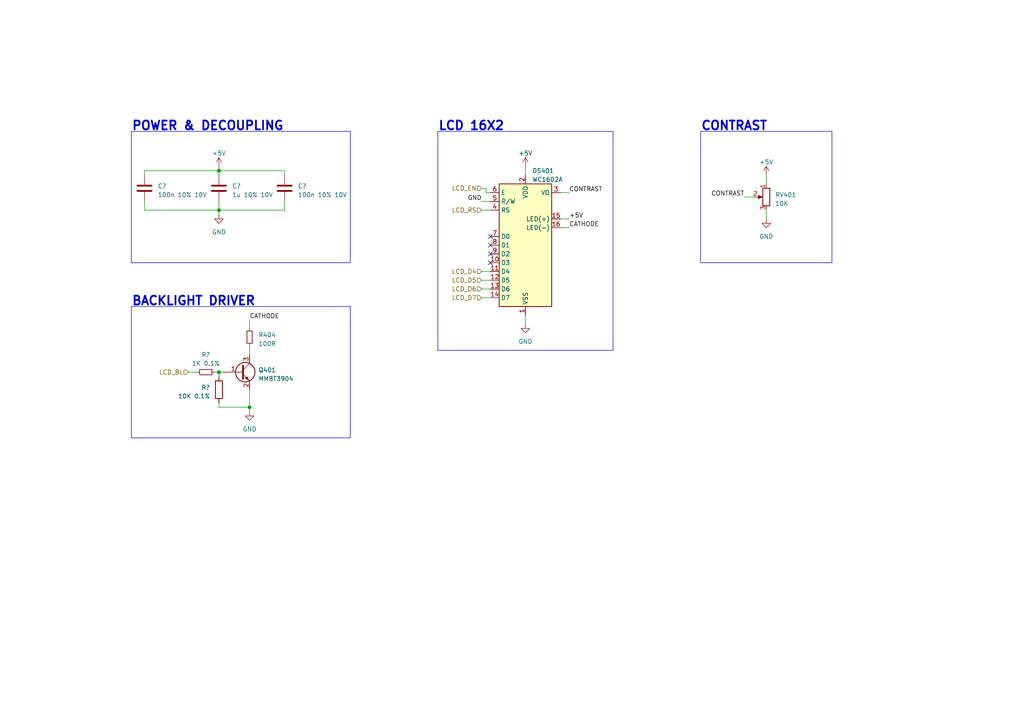
<source format=kicad_sch>
(kicad_sch (version 20230121) (generator eeschema)

  (uuid d6468c62-2ea4-475f-9bc5-58cea44d5e9e)

  (paper "A4")

  (title_block
    (title "Digital_Timer_Switch")
    (date "2023-07-24")
    (rev "1.0")
    (company "sudo-junkie")
  )

  (lib_symbols
    (symbol "Device:C" (pin_numbers hide) (pin_names (offset 0.254)) (in_bom yes) (on_board yes)
      (property "Reference" "C" (at 0.635 2.54 0)
        (effects (font (size 1.27 1.27)) (justify left))
      )
      (property "Value" "C" (at 0.635 -2.54 0)
        (effects (font (size 1.27 1.27)) (justify left))
      )
      (property "Footprint" "" (at 0.9652 -3.81 0)
        (effects (font (size 1.27 1.27)) hide)
      )
      (property "Datasheet" "~" (at 0 0 0)
        (effects (font (size 1.27 1.27)) hide)
      )
      (property "ki_keywords" "cap capacitor" (at 0 0 0)
        (effects (font (size 1.27 1.27)) hide)
      )
      (property "ki_description" "Unpolarized capacitor" (at 0 0 0)
        (effects (font (size 1.27 1.27)) hide)
      )
      (property "ki_fp_filters" "C_*" (at 0 0 0)
        (effects (font (size 1.27 1.27)) hide)
      )
      (symbol "C_0_1"
        (polyline
          (pts
            (xy -2.032 -0.762)
            (xy 2.032 -0.762)
          )
          (stroke (width 0.508) (type default))
          (fill (type none))
        )
        (polyline
          (pts
            (xy -2.032 0.762)
            (xy 2.032 0.762)
          )
          (stroke (width 0.508) (type default))
          (fill (type none))
        )
      )
      (symbol "C_1_1"
        (pin passive line (at 0 3.81 270) (length 2.794)
          (name "~" (effects (font (size 1.27 1.27))))
          (number "1" (effects (font (size 1.27 1.27))))
        )
        (pin passive line (at 0 -3.81 90) (length 2.794)
          (name "~" (effects (font (size 1.27 1.27))))
          (number "2" (effects (font (size 1.27 1.27))))
        )
      )
    )
    (symbol "Device:R" (pin_numbers hide) (pin_names (offset 0)) (in_bom yes) (on_board yes)
      (property "Reference" "R" (at 2.032 0 90)
        (effects (font (size 1.27 1.27)))
      )
      (property "Value" "R" (at 0 0 90)
        (effects (font (size 1.27 1.27)))
      )
      (property "Footprint" "" (at -1.778 0 90)
        (effects (font (size 1.27 1.27)) hide)
      )
      (property "Datasheet" "~" (at 0 0 0)
        (effects (font (size 1.27 1.27)) hide)
      )
      (property "ki_keywords" "R res resistor" (at 0 0 0)
        (effects (font (size 1.27 1.27)) hide)
      )
      (property "ki_description" "Resistor" (at 0 0 0)
        (effects (font (size 1.27 1.27)) hide)
      )
      (property "ki_fp_filters" "R_*" (at 0 0 0)
        (effects (font (size 1.27 1.27)) hide)
      )
      (symbol "R_0_1"
        (rectangle (start -1.016 -2.54) (end 1.016 2.54)
          (stroke (width 0.254) (type default))
          (fill (type none))
        )
      )
      (symbol "R_1_1"
        (pin passive line (at 0 3.81 270) (length 1.27)
          (name "~" (effects (font (size 1.27 1.27))))
          (number "1" (effects (font (size 1.27 1.27))))
        )
        (pin passive line (at 0 -3.81 90) (length 1.27)
          (name "~" (effects (font (size 1.27 1.27))))
          (number "2" (effects (font (size 1.27 1.27))))
        )
      )
    )
    (symbol "Device:R_Potentiometer" (pin_names (offset 1.016) hide) (in_bom yes) (on_board yes)
      (property "Reference" "RV" (at -4.445 0 90)
        (effects (font (size 1.27 1.27)))
      )
      (property "Value" "R_Potentiometer" (at -2.54 0 90)
        (effects (font (size 1.27 1.27)))
      )
      (property "Footprint" "" (at 0 0 0)
        (effects (font (size 1.27 1.27)) hide)
      )
      (property "Datasheet" "~" (at 0 0 0)
        (effects (font (size 1.27 1.27)) hide)
      )
      (property "ki_keywords" "resistor variable" (at 0 0 0)
        (effects (font (size 1.27 1.27)) hide)
      )
      (property "ki_description" "Potentiometer" (at 0 0 0)
        (effects (font (size 1.27 1.27)) hide)
      )
      (property "ki_fp_filters" "Potentiometer*" (at 0 0 0)
        (effects (font (size 1.27 1.27)) hide)
      )
      (symbol "R_Potentiometer_0_1"
        (polyline
          (pts
            (xy 2.54 0)
            (xy 1.524 0)
          )
          (stroke (width 0) (type default))
          (fill (type none))
        )
        (polyline
          (pts
            (xy 1.143 0)
            (xy 2.286 0.508)
            (xy 2.286 -0.508)
            (xy 1.143 0)
          )
          (stroke (width 0) (type default))
          (fill (type outline))
        )
        (rectangle (start 1.016 2.54) (end -1.016 -2.54)
          (stroke (width 0.254) (type default))
          (fill (type none))
        )
      )
      (symbol "R_Potentiometer_1_1"
        (pin passive line (at 0 3.81 270) (length 1.27)
          (name "1" (effects (font (size 1.27 1.27))))
          (number "1" (effects (font (size 1.27 1.27))))
        )
        (pin passive line (at 3.81 0 180) (length 1.27)
          (name "2" (effects (font (size 1.27 1.27))))
          (number "2" (effects (font (size 1.27 1.27))))
        )
        (pin passive line (at 0 -3.81 90) (length 1.27)
          (name "3" (effects (font (size 1.27 1.27))))
          (number "3" (effects (font (size 1.27 1.27))))
        )
      )
    )
    (symbol "Device:R_Small" (pin_numbers hide) (pin_names (offset 0.254) hide) (in_bom yes) (on_board yes)
      (property "Reference" "R" (at 0.762 0.508 0)
        (effects (font (size 1.27 1.27)) (justify left))
      )
      (property "Value" "R_Small" (at 0.762 -1.016 0)
        (effects (font (size 1.27 1.27)) (justify left))
      )
      (property "Footprint" "" (at 0 0 0)
        (effects (font (size 1.27 1.27)) hide)
      )
      (property "Datasheet" "~" (at 0 0 0)
        (effects (font (size 1.27 1.27)) hide)
      )
      (property "ki_keywords" "R resistor" (at 0 0 0)
        (effects (font (size 1.27 1.27)) hide)
      )
      (property "ki_description" "Resistor, small symbol" (at 0 0 0)
        (effects (font (size 1.27 1.27)) hide)
      )
      (property "ki_fp_filters" "R_*" (at 0 0 0)
        (effects (font (size 1.27 1.27)) hide)
      )
      (symbol "R_Small_0_1"
        (rectangle (start -0.762 1.778) (end 0.762 -1.778)
          (stroke (width 0.2032) (type default))
          (fill (type none))
        )
      )
      (symbol "R_Small_1_1"
        (pin passive line (at 0 2.54 270) (length 0.762)
          (name "~" (effects (font (size 1.27 1.27))))
          (number "1" (effects (font (size 1.27 1.27))))
        )
        (pin passive line (at 0 -2.54 90) (length 0.762)
          (name "~" (effects (font (size 1.27 1.27))))
          (number "2" (effects (font (size 1.27 1.27))))
        )
      )
    )
    (symbol "Display_Character:WC1602A" (in_bom yes) (on_board yes)
      (property "Reference" "DS" (at -5.842 19.05 0)
        (effects (font (size 1.27 1.27)))
      )
      (property "Value" "WC1602A" (at 5.334 19.05 0)
        (effects (font (size 1.27 1.27)))
      )
      (property "Footprint" "Display:WC1602A" (at 0 -22.86 0)
        (effects (font (size 1.27 1.27) italic) hide)
      )
      (property "Datasheet" "http://www.wincomlcd.com/pdf/WC1602A-SFYLYHTC06.pdf" (at 17.78 0 0)
        (effects (font (size 1.27 1.27)) hide)
      )
      (property "ki_keywords" "display LCD dot-matrix" (at 0 0 0)
        (effects (font (size 1.27 1.27)) hide)
      )
      (property "ki_description" "LCD 16x2 Alphanumeric , 8 bit parallel bus, 5V VDD" (at 0 0 0)
        (effects (font (size 1.27 1.27)) hide)
      )
      (property "ki_fp_filters" "*WC*1602A*" (at 0 0 0)
        (effects (font (size 1.27 1.27)) hide)
      )
      (symbol "WC1602A_1_1"
        (rectangle (start -7.62 17.78) (end 7.62 -17.78)
          (stroke (width 0.254) (type default))
          (fill (type background))
        )
        (pin power_in line (at 0 -20.32 90) (length 2.54)
          (name "VSS" (effects (font (size 1.27 1.27))))
          (number "1" (effects (font (size 1.27 1.27))))
        )
        (pin input line (at -10.16 -5.08 0) (length 2.54)
          (name "D3" (effects (font (size 1.27 1.27))))
          (number "10" (effects (font (size 1.27 1.27))))
        )
        (pin input line (at -10.16 -7.62 0) (length 2.54)
          (name "D4" (effects (font (size 1.27 1.27))))
          (number "11" (effects (font (size 1.27 1.27))))
        )
        (pin input line (at -10.16 -10.16 0) (length 2.54)
          (name "D5" (effects (font (size 1.27 1.27))))
          (number "12" (effects (font (size 1.27 1.27))))
        )
        (pin input line (at -10.16 -12.7 0) (length 2.54)
          (name "D6" (effects (font (size 1.27 1.27))))
          (number "13" (effects (font (size 1.27 1.27))))
        )
        (pin input line (at -10.16 -15.24 0) (length 2.54)
          (name "D7" (effects (font (size 1.27 1.27))))
          (number "14" (effects (font (size 1.27 1.27))))
        )
        (pin power_in line (at 10.16 7.62 180) (length 2.54)
          (name "LED(+)" (effects (font (size 1.27 1.27))))
          (number "15" (effects (font (size 1.27 1.27))))
        )
        (pin power_in line (at 10.16 5.08 180) (length 2.54)
          (name "LED(-)" (effects (font (size 1.27 1.27))))
          (number "16" (effects (font (size 1.27 1.27))))
        )
        (pin power_in line (at 0 20.32 270) (length 2.54)
          (name "VDD" (effects (font (size 1.27 1.27))))
          (number "2" (effects (font (size 1.27 1.27))))
        )
        (pin input line (at 10.16 15.24 180) (length 2.54)
          (name "VO" (effects (font (size 1.27 1.27))))
          (number "3" (effects (font (size 1.27 1.27))))
        )
        (pin input line (at -10.16 10.16 0) (length 2.54)
          (name "RS" (effects (font (size 1.27 1.27))))
          (number "4" (effects (font (size 1.27 1.27))))
        )
        (pin input line (at -10.16 12.7 0) (length 2.54)
          (name "R/W" (effects (font (size 1.27 1.27))))
          (number "5" (effects (font (size 1.27 1.27))))
        )
        (pin input line (at -10.16 15.24 0) (length 2.54)
          (name "E" (effects (font (size 1.27 1.27))))
          (number "6" (effects (font (size 1.27 1.27))))
        )
        (pin input line (at -10.16 2.54 0) (length 2.54)
          (name "D0" (effects (font (size 1.27 1.27))))
          (number "7" (effects (font (size 1.27 1.27))))
        )
        (pin input line (at -10.16 0 0) (length 2.54)
          (name "D1" (effects (font (size 1.27 1.27))))
          (number "8" (effects (font (size 1.27 1.27))))
        )
        (pin input line (at -10.16 -2.54 0) (length 2.54)
          (name "D2" (effects (font (size 1.27 1.27))))
          (number "9" (effects (font (size 1.27 1.27))))
        )
      )
    )
    (symbol "Transistor_BJT:MMBT3904" (pin_names (offset 0) hide) (in_bom yes) (on_board yes)
      (property "Reference" "Q" (at 5.08 1.905 0)
        (effects (font (size 1.27 1.27)) (justify left))
      )
      (property "Value" "MMBT3904" (at 5.08 0 0)
        (effects (font (size 1.27 1.27)) (justify left))
      )
      (property "Footprint" "Package_TO_SOT_SMD:SOT-23" (at 5.08 -1.905 0)
        (effects (font (size 1.27 1.27) italic) (justify left) hide)
      )
      (property "Datasheet" "https://www.onsemi.com/pub/Collateral/2N3903-D.PDF" (at 0 0 0)
        (effects (font (size 1.27 1.27)) (justify left) hide)
      )
      (property "ki_keywords" "NPN Transistor" (at 0 0 0)
        (effects (font (size 1.27 1.27)) hide)
      )
      (property "ki_description" "0.2A Ic, 40V Vce, Small Signal NPN Transistor, SOT-23" (at 0 0 0)
        (effects (font (size 1.27 1.27)) hide)
      )
      (property "ki_fp_filters" "SOT?23*" (at 0 0 0)
        (effects (font (size 1.27 1.27)) hide)
      )
      (symbol "MMBT3904_0_1"
        (polyline
          (pts
            (xy 0.635 0.635)
            (xy 2.54 2.54)
          )
          (stroke (width 0) (type default))
          (fill (type none))
        )
        (polyline
          (pts
            (xy 0.635 -0.635)
            (xy 2.54 -2.54)
            (xy 2.54 -2.54)
          )
          (stroke (width 0) (type default))
          (fill (type none))
        )
        (polyline
          (pts
            (xy 0.635 1.905)
            (xy 0.635 -1.905)
            (xy 0.635 -1.905)
          )
          (stroke (width 0.508) (type default))
          (fill (type none))
        )
        (polyline
          (pts
            (xy 1.27 -1.778)
            (xy 1.778 -1.27)
            (xy 2.286 -2.286)
            (xy 1.27 -1.778)
            (xy 1.27 -1.778)
          )
          (stroke (width 0) (type default))
          (fill (type outline))
        )
        (circle (center 1.27 0) (radius 2.8194)
          (stroke (width 0.254) (type default))
          (fill (type none))
        )
      )
      (symbol "MMBT3904_1_1"
        (pin input line (at -5.08 0 0) (length 5.715)
          (name "B" (effects (font (size 1.27 1.27))))
          (number "1" (effects (font (size 1.27 1.27))))
        )
        (pin passive line (at 2.54 -5.08 90) (length 2.54)
          (name "E" (effects (font (size 1.27 1.27))))
          (number "2" (effects (font (size 1.27 1.27))))
        )
        (pin passive line (at 2.54 5.08 270) (length 2.54)
          (name "C" (effects (font (size 1.27 1.27))))
          (number "3" (effects (font (size 1.27 1.27))))
        )
      )
    )
    (symbol "power:+5V" (power) (pin_names (offset 0)) (in_bom yes) (on_board yes)
      (property "Reference" "#PWR" (at 0 -3.81 0)
        (effects (font (size 1.27 1.27)) hide)
      )
      (property "Value" "+5V" (at 0 3.556 0)
        (effects (font (size 1.27 1.27)))
      )
      (property "Footprint" "" (at 0 0 0)
        (effects (font (size 1.27 1.27)) hide)
      )
      (property "Datasheet" "" (at 0 0 0)
        (effects (font (size 1.27 1.27)) hide)
      )
      (property "ki_keywords" "global power" (at 0 0 0)
        (effects (font (size 1.27 1.27)) hide)
      )
      (property "ki_description" "Power symbol creates a global label with name \"+5V\"" (at 0 0 0)
        (effects (font (size 1.27 1.27)) hide)
      )
      (symbol "+5V_0_1"
        (polyline
          (pts
            (xy -0.762 1.27)
            (xy 0 2.54)
          )
          (stroke (width 0) (type default))
          (fill (type none))
        )
        (polyline
          (pts
            (xy 0 0)
            (xy 0 2.54)
          )
          (stroke (width 0) (type default))
          (fill (type none))
        )
        (polyline
          (pts
            (xy 0 2.54)
            (xy 0.762 1.27)
          )
          (stroke (width 0) (type default))
          (fill (type none))
        )
      )
      (symbol "+5V_1_1"
        (pin power_in line (at 0 0 90) (length 0) hide
          (name "+5V" (effects (font (size 1.27 1.27))))
          (number "1" (effects (font (size 1.27 1.27))))
        )
      )
    )
    (symbol "power:GND" (power) (pin_names (offset 0)) (in_bom yes) (on_board yes)
      (property "Reference" "#PWR" (at 0 -6.35 0)
        (effects (font (size 1.27 1.27)) hide)
      )
      (property "Value" "GND" (at 0 -3.81 0)
        (effects (font (size 1.27 1.27)))
      )
      (property "Footprint" "" (at 0 0 0)
        (effects (font (size 1.27 1.27)) hide)
      )
      (property "Datasheet" "" (at 0 0 0)
        (effects (font (size 1.27 1.27)) hide)
      )
      (property "ki_keywords" "global power" (at 0 0 0)
        (effects (font (size 1.27 1.27)) hide)
      )
      (property "ki_description" "Power symbol creates a global label with name \"GND\" , ground" (at 0 0 0)
        (effects (font (size 1.27 1.27)) hide)
      )
      (symbol "GND_0_1"
        (polyline
          (pts
            (xy 0 0)
            (xy 0 -1.27)
            (xy 1.27 -1.27)
            (xy 0 -2.54)
            (xy -1.27 -1.27)
            (xy 0 -1.27)
          )
          (stroke (width 0) (type default))
          (fill (type none))
        )
      )
      (symbol "GND_1_1"
        (pin power_in line (at 0 0 270) (length 0) hide
          (name "GND" (effects (font (size 1.27 1.27))))
          (number "1" (effects (font (size 1.27 1.27))))
        )
      )
    )
  )

  (junction (at 63.5 60.96) (diameter 0) (color 0 0 0 0)
    (uuid 04d85171-9648-4d04-be00-b9b393af96b8)
  )
  (junction (at 72.39 118.11) (diameter 0) (color 0 0 0 0)
    (uuid 436a884e-fd61-4427-8326-a53f9901def1)
  )
  (junction (at 63.5 107.95) (diameter 0) (color 0 0 0 0)
    (uuid 787b29ca-ad45-48b5-88ee-d57445813b8d)
  )
  (junction (at 63.5 49.53) (diameter 0) (color 0 0 0 0)
    (uuid e6bfee12-971b-488c-91de-3c041bc91297)
  )

  (no_connect (at 142.24 76.2) (uuid 59c8e7a8-f962-44ba-aaf6-14312aa921a2))
  (no_connect (at 142.24 73.66) (uuid 5c890c60-ce55-4811-b964-31d444496c10))
  (no_connect (at 142.24 68.58) (uuid c5848712-8c89-4bef-80a7-86cc9911cb43))
  (no_connect (at 142.24 71.12) (uuid d57b5cdb-eb45-49c3-b04b-45e4e16df37f))

  (wire (pts (xy 63.5 60.96) (xy 63.5 62.23))
    (stroke (width 0) (type default))
    (uuid 0bca307a-e015-4f47-bc01-08792e0fb103)
  )
  (wire (pts (xy 72.39 113.03) (xy 72.39 118.11))
    (stroke (width 0) (type default))
    (uuid 0bf2ad2e-7f15-45b1-b39d-206bcb506ef1)
  )
  (polyline (pts (xy 127 38.1) (xy 177.8 38.1))
    (stroke (width 0) (type default))
    (uuid 15f0dc9b-6843-48fa-8768-b993c33426b2)
  )

  (wire (pts (xy 82.55 49.53) (xy 82.55 50.8))
    (stroke (width 0) (type default))
    (uuid 26495239-41e8-4cad-9de0-fbb23079e173)
  )
  (wire (pts (xy 139.7 81.28) (xy 142.24 81.28))
    (stroke (width 0) (type default))
    (uuid 28a4d6da-a448-4c4b-984c-36c7f94864c4)
  )
  (polyline (pts (xy 101.6 127) (xy 38.1 127))
    (stroke (width 0) (type default))
    (uuid 2f1c8816-83f8-47ed-b3b9-51d11d93a335)
  )

  (wire (pts (xy 162.56 55.88) (xy 165.1 55.88))
    (stroke (width 0) (type default))
    (uuid 3130b693-67f7-498f-bb1a-cc87e643f52f)
  )
  (wire (pts (xy 63.5 48.26) (xy 63.5 49.53))
    (stroke (width 0) (type default))
    (uuid 3192a1cb-f4ea-4a23-81f1-7b2793757fa8)
  )
  (wire (pts (xy 140.97 54.61) (xy 140.97 55.88))
    (stroke (width 0) (type default))
    (uuid 33717550-203f-4b29-8075-71a2284a499d)
  )
  (wire (pts (xy 72.39 92.71) (xy 72.39 95.25))
    (stroke (width 0) (type default))
    (uuid 344b0a6c-de3c-42c0-866b-b369e29cf8dc)
  )
  (polyline (pts (xy 38.1 88.9) (xy 38.1 127))
    (stroke (width 0) (type default))
    (uuid 37f64a4c-18fa-4c27-a0f7-61fb14aa9ae1)
  )

  (wire (pts (xy 222.25 50.8) (xy 222.25 53.34))
    (stroke (width 0) (type default))
    (uuid 3b28a0d3-a0f5-4593-9751-ad68bb635211)
  )
  (wire (pts (xy 222.25 60.96) (xy 222.25 63.5))
    (stroke (width 0) (type default))
    (uuid 41a6e709-b2bf-40ae-9b91-c4c7f235e44f)
  )
  (wire (pts (xy 139.7 78.74) (xy 142.24 78.74))
    (stroke (width 0) (type default))
    (uuid 43ea696a-ce16-4a78-a571-71e77a81e8f1)
  )
  (polyline (pts (xy 241.3 38.1) (xy 241.3 76.2))
    (stroke (width 0) (type default))
    (uuid 4ff015bd-1bfc-4b43-a06c-2e7780d2c034)
  )

  (wire (pts (xy 63.5 107.95) (xy 64.77 107.95))
    (stroke (width 0) (type default))
    (uuid 5a3e7288-be30-484c-9ff1-ffbd7e214cea)
  )
  (polyline (pts (xy 38.1 38.1) (xy 101.6 38.1))
    (stroke (width 0) (type default))
    (uuid 5e95df3f-a85b-41d9-9486-5eab1328cbbc)
  )

  (wire (pts (xy 62.23 107.95) (xy 63.5 107.95))
    (stroke (width 0) (type default))
    (uuid 66bb7c68-1a7d-4ef7-898d-9a76255d26bc)
  )
  (wire (pts (xy 63.5 58.42) (xy 63.5 60.96))
    (stroke (width 0) (type default))
    (uuid 684a1b8e-9e2c-4ce3-9533-594152f63e74)
  )
  (wire (pts (xy 152.4 48.26) (xy 152.4 50.8))
    (stroke (width 0) (type default))
    (uuid 6e12f444-cb71-49f6-9d8a-f9ec35b6c626)
  )
  (wire (pts (xy 41.91 49.53) (xy 63.5 49.53))
    (stroke (width 0) (type default))
    (uuid 72f4ad79-0727-4c0b-89f0-fd19c8110798)
  )
  (wire (pts (xy 63.5 118.11) (xy 63.5 116.84))
    (stroke (width 0) (type default))
    (uuid 7851ffcb-63c0-4160-b351-ba1f59f40c38)
  )
  (wire (pts (xy 139.7 58.42) (xy 142.24 58.42))
    (stroke (width 0) (type default))
    (uuid 7a37e585-aded-48f8-bae6-afb6be6e7f7f)
  )
  (wire (pts (xy 41.91 50.8) (xy 41.91 49.53))
    (stroke (width 0) (type default))
    (uuid 7bb5ffa0-8c17-4718-8071-9885d619026a)
  )
  (polyline (pts (xy 203.2 76.2) (xy 203.2 38.1))
    (stroke (width 0) (type default))
    (uuid 808833d7-cb32-4483-907a-54d42b949058)
  )

  (wire (pts (xy 139.7 54.61) (xy 140.97 54.61))
    (stroke (width 0) (type default))
    (uuid 818171eb-fbbd-4d41-8fb0-1c92f9d66131)
  )
  (wire (pts (xy 72.39 118.11) (xy 72.39 119.38))
    (stroke (width 0) (type default))
    (uuid 84e5b619-8843-4b73-97a2-59eea759dc72)
  )
  (wire (pts (xy 82.55 60.96) (xy 63.5 60.96))
    (stroke (width 0) (type default))
    (uuid 91f458bc-a574-43f2-b00a-fae800deca94)
  )
  (wire (pts (xy 162.56 63.5) (xy 165.1 63.5))
    (stroke (width 0) (type default))
    (uuid 91fbbbd7-854f-4ee6-b4ae-801435dd436b)
  )
  (wire (pts (xy 82.55 58.42) (xy 82.55 60.96))
    (stroke (width 0) (type default))
    (uuid 97669d54-c710-4d5e-b23e-462fa30ebc2e)
  )
  (wire (pts (xy 139.7 83.82) (xy 142.24 83.82))
    (stroke (width 0) (type default))
    (uuid 98e9cc13-0236-4217-bba7-d300fec4c18e)
  )
  (polyline (pts (xy 38.1 76.2) (xy 38.1 38.1))
    (stroke (width 0) (type default))
    (uuid 9ce54263-7100-4188-984d-84f66149f78d)
  )

  (wire (pts (xy 162.56 66.04) (xy 165.1 66.04))
    (stroke (width 0) (type default))
    (uuid 9dcdcaaf-0676-4568-9f62-378528eec340)
  )
  (polyline (pts (xy 127 101.6) (xy 127 38.1))
    (stroke (width 0) (type default))
    (uuid 9f3b6f11-a1af-4d1c-8075-8362601d4276)
  )
  (polyline (pts (xy 38.1 88.9) (xy 101.6 88.9))
    (stroke (width 0) (type default))
    (uuid a0527578-7421-40ac-a0ea-cf650fe5290e)
  )
  (polyline (pts (xy 101.6 88.9) (xy 101.6 127))
    (stroke (width 0) (type default))
    (uuid a3e57fef-93df-4d1d-b97e-63b2793a3412)
  )
  (polyline (pts (xy 241.3 76.2) (xy 203.2 76.2))
    (stroke (width 0) (type default))
    (uuid ae62ddcd-3991-476b-bacd-a30742d4243e)
  )

  (wire (pts (xy 72.39 100.33) (xy 72.39 102.87))
    (stroke (width 0) (type default))
    (uuid b134549c-c326-417b-930f-70f06e52d9c7)
  )
  (wire (pts (xy 63.5 107.95) (xy 63.5 109.22))
    (stroke (width 0) (type default))
    (uuid b23723d5-2fa1-44e5-afb2-41c1ba5f4fdf)
  )
  (wire (pts (xy 218.44 57.15) (xy 215.9 57.15))
    (stroke (width 0) (type default))
    (uuid b61cc146-4156-43c1-80e4-3443328a0bb3)
  )
  (polyline (pts (xy 101.6 76.2) (xy 38.1 76.2))
    (stroke (width 0) (type default))
    (uuid b7376065-38c3-4545-9028-49b350e7025f)
  )

  (wire (pts (xy 54.61 107.95) (xy 57.15 107.95))
    (stroke (width 0) (type default))
    (uuid ba166e09-b369-4d51-a4bc-4c97128ca337)
  )
  (wire (pts (xy 41.91 58.42) (xy 41.91 60.96))
    (stroke (width 0) (type default))
    (uuid c0f315c5-9277-421c-b694-7fa10008863c)
  )
  (polyline (pts (xy 203.2 38.1) (xy 241.3 38.1))
    (stroke (width 0) (type default))
    (uuid ca2eb248-467e-4a69-aa59-2cfaf0d17fcc)
  )

  (wire (pts (xy 63.5 118.11) (xy 72.39 118.11))
    (stroke (width 0) (type default))
    (uuid cd08ff7b-cc0f-4674-9641-ff1cd14076be)
  )
  (wire (pts (xy 63.5 49.53) (xy 63.5 50.8))
    (stroke (width 0) (type default))
    (uuid d1ebd5d4-a0e8-45b7-a812-8eb1b8ba7685)
  )
  (wire (pts (xy 152.4 91.44) (xy 152.4 93.98))
    (stroke (width 0) (type default))
    (uuid db076252-e27a-49f1-810d-44971fed1519)
  )
  (wire (pts (xy 41.91 60.96) (xy 63.5 60.96))
    (stroke (width 0) (type default))
    (uuid dcbf339e-5c61-479e-bfba-10a7d192d001)
  )
  (wire (pts (xy 140.97 55.88) (xy 142.24 55.88))
    (stroke (width 0) (type default))
    (uuid e06f6646-3cb5-4fde-83a6-522a2a02ba5d)
  )
  (wire (pts (xy 63.5 49.53) (xy 82.55 49.53))
    (stroke (width 0) (type default))
    (uuid e1a1051a-a8ea-4ce0-85ca-489c88173492)
  )
  (wire (pts (xy 139.7 60.96) (xy 142.24 60.96))
    (stroke (width 0) (type default))
    (uuid e6f02b48-043f-43a9-979f-72af0d6a0d40)
  )
  (polyline (pts (xy 101.6 38.1) (xy 101.6 76.2))
    (stroke (width 0) (type default))
    (uuid eea9707e-e9d8-45f0-ae97-17ed70b4b71c)
  )
  (polyline (pts (xy 177.8 101.6) (xy 127 101.6))
    (stroke (width 0) (type default))
    (uuid f4e3dcf0-2891-40d1-b479-fe4a0d22bda4)
  )

  (wire (pts (xy 139.7 86.36) (xy 142.24 86.36))
    (stroke (width 0) (type default))
    (uuid f99f7630-e38f-4810-9aed-af458cfa874c)
  )
  (polyline (pts (xy 177.8 38.1) (xy 177.8 101.6))
    (stroke (width 0) (type default))
    (uuid fadee3d7-e8cf-49b4-a526-ce038f816597)
  )

  (text "POWER & DECOUPLING" (at 38.1 38.1 0)
    (effects (font (size 2.54 2.54) (thickness 0.508) bold) (justify left bottom))
    (uuid 20be6001-c3e4-4194-8117-4e6725b133ba)
  )
  (text "CONTRAST" (at 203.2 38.1 0)
    (effects (font (size 2.54 2.54) (thickness 0.508) bold) (justify left bottom))
    (uuid 766b98a2-4c38-4ca2-a1a7-f95b60f4ffc4)
  )
  (text "BACKLIGHT DRIVER" (at 38.1 88.9 0)
    (effects (font (size 2.54 2.54) (thickness 0.508) bold) (justify left bottom))
    (uuid 93afbfc4-8438-4552-9cc3-ed659e4f4db8)
  )
  (text "LCD 16X2" (at 127 38.1 0)
    (effects (font (size 2.54 2.54) (thickness 0.508) bold) (justify left bottom))
    (uuid 9805567f-1f6e-44d1-b965-4978e7aecca2)
  )

  (label "CATHODE" (at 165.1 66.04 0) (fields_autoplaced)
    (effects (font (size 1.27 1.27)) (justify left bottom))
    (uuid 1c2236a5-42e9-4525-bf3c-c9cdb572b26a)
  )
  (label "CONTRAST" (at 215.9 57.15 180) (fields_autoplaced)
    (effects (font (size 1.27 1.27)) (justify right bottom))
    (uuid 75443c30-ccb8-4f8c-935c-f90d94632526)
  )
  (label "+5V" (at 165.1 63.5 0) (fields_autoplaced)
    (effects (font (size 1.27 1.27)) (justify left bottom))
    (uuid 80df7054-df62-4105-9f1f-447f7e31c737)
  )
  (label "GND" (at 139.7 58.42 180) (fields_autoplaced)
    (effects (font (size 1.27 1.27)) (justify right bottom))
    (uuid ba2aeeea-0646-4d06-ab11-4796420e61a4)
  )
  (label "CATHODE" (at 72.39 92.71 0) (fields_autoplaced)
    (effects (font (size 1.27 1.27)) (justify left bottom))
    (uuid c6f61574-c0d5-419b-96a6-493767051aa6)
  )
  (label "CONTRAST" (at 165.1 55.88 0) (fields_autoplaced)
    (effects (font (size 1.27 1.27)) (justify left bottom))
    (uuid fd80c67b-438d-4c9f-95d7-9b453c928d45)
  )

  (hierarchical_label "LCD_D4" (shape input) (at 139.7 78.74 180) (fields_autoplaced)
    (effects (font (size 1.27 1.27)) (justify right))
    (uuid 18e5f46a-33f0-4e1b-9079-049d9a87e984)
  )
  (hierarchical_label "LCD_D7" (shape input) (at 139.7 86.36 180) (fields_autoplaced)
    (effects (font (size 1.27 1.27)) (justify right))
    (uuid 2a8933f6-f908-49b5-8e64-ed9ea9a3ba5c)
  )
  (hierarchical_label "LCD_EN" (shape input) (at 139.7 54.61 180) (fields_autoplaced)
    (effects (font (size 1.27 1.27)) (justify right))
    (uuid 5c9e8e51-02d5-4a49-bec5-a3f46f529f9d)
  )
  (hierarchical_label "LCD_D5" (shape input) (at 139.7 81.28 180) (fields_autoplaced)
    (effects (font (size 1.27 1.27)) (justify right))
    (uuid 884723e2-764e-4e66-8abd-b8f30727cb25)
  )
  (hierarchical_label "LCD_RS" (shape input) (at 139.7 60.96 180) (fields_autoplaced)
    (effects (font (size 1.27 1.27)) (justify right))
    (uuid a18e5067-8e80-4f82-8735-c73805a895b4)
  )
  (hierarchical_label "LCD_D6" (shape input) (at 139.7 83.82 180) (fields_autoplaced)
    (effects (font (size 1.27 1.27)) (justify right))
    (uuid a80a7d84-5ec3-4ba1-8d73-d162faa16f26)
  )
  (hierarchical_label "LCD_BL" (shape input) (at 54.61 107.95 180) (fields_autoplaced)
    (effects (font (size 1.27 1.27)) (justify right))
    (uuid f9253b0d-b52c-4245-97dd-8968d487871c)
  )

  (symbol (lib_id "power:GND") (at 63.5 62.23 0) (unit 1)
    (in_bom yes) (on_board yes) (dnp no) (fields_autoplaced)
    (uuid 161e8342-bffb-48c9-b1fb-37aa1c2cb407)
    (property "Reference" "#PWR?" (at 63.5 68.58 0)
      (effects (font (size 1.27 1.27)) hide)
    )
    (property "Value" "GND" (at 63.5 67.31 0)
      (effects (font (size 1.27 1.27)))
    )
    (property "Footprint" "" (at 63.5 62.23 0)
      (effects (font (size 1.27 1.27)) hide)
    )
    (property "Datasheet" "" (at 63.5 62.23 0)
      (effects (font (size 1.27 1.27)) hide)
    )
    (pin "1" (uuid b2071bec-9e1a-498d-b083-95ef48ddfc34))
    (instances
      (project "Digital_Timer_Switch"
        (path "/98b51aac-404f-4a0d-b314-bd3823594ee3/3b6cf1ac-0a60-40b8-8b31-9ee4d4d986be"
          (reference "#PWR?") (unit 1)
        )
        (path "/98b51aac-404f-4a0d-b314-bd3823594ee3/ef1ab763-c83c-4112-b155-97ec3ec1921c"
          (reference "#PWR0404") (unit 1)
        )
      )
      (project "Atego_Nano"
        (path "/f0d70477-67e1-4b14-aebd-2138d55a5d0c/6153a6fa-3d4f-4580-8f5b-e186a8523d26"
          (reference "#PWR?") (unit 1)
        )
      )
    )
  )

  (symbol (lib_id "Device:C") (at 63.5 54.61 0) (unit 1)
    (in_bom yes) (on_board yes) (dnp no) (fields_autoplaced)
    (uuid 175e3660-df27-4768-a117-10151b2043b8)
    (property "Reference" "C?" (at 67.31 53.975 0)
      (effects (font (size 1.27 1.27)) (justify left))
    )
    (property "Value" "1u 10% 10V" (at 67.31 56.515 0)
      (effects (font (size 1.27 1.27)) (justify left))
    )
    (property "Footprint" "Capacitor_SMD:C_0603_1608Metric" (at 64.4652 58.42 0)
      (effects (font (size 1.27 1.27)) hide)
    )
    (property "Datasheet" "~" (at 63.5 54.61 0)
      (effects (font (size 1.27 1.27)) hide)
    )
    (property "MPN" "CC0603KRX7R6BB105" (at 63.5 54.61 0)
      (effects (font (size 1.27 1.27)) hide)
    )
    (property "LCSC PART#" "C113807" (at 63.5 54.61 0)
      (effects (font (size 1.27 1.27)) hide)
    )
    (property "MANUFACTURER" "YAGEO" (at 63.5 54.61 0)
      (effects (font (size 1.27 1.27)) hide)
    )
    (property "SKU" "" (at 63.5 54.61 0)
      (effects (font (size 1.27 1.27)) hide)
    )
    (property "VENDOR" "LCSC" (at 63.5 54.61 0)
      (effects (font (size 1.27 1.27)) hide)
    )
    (property "PRICE" "0.0032" (at 63.5 54.61 0)
      (effects (font (size 1.27 1.27)) hide)
    )
    (pin "1" (uuid 7cf695e3-b840-4579-9131-98e6e6c23aea))
    (pin "2" (uuid 3e59679d-5098-410a-a368-c8cc02068dc9))
    (instances
      (project "Digital_Timer_Switch"
        (path "/98b51aac-404f-4a0d-b314-bd3823594ee3/3b6cf1ac-0a60-40b8-8b31-9ee4d4d986be"
          (reference "C?") (unit 1)
        )
        (path "/98b51aac-404f-4a0d-b314-bd3823594ee3/ef1ab763-c83c-4112-b155-97ec3ec1921c"
          (reference "C402") (unit 1)
        )
      )
      (project "Atego_Nano"
        (path "/f0d70477-67e1-4b14-aebd-2138d55a5d0c/6153a6fa-3d4f-4580-8f5b-e186a8523d26"
          (reference "C?") (unit 1)
        )
      )
    )
  )

  (symbol (lib_id "Display_Character:WC1602A") (at 152.4 71.12 0) (unit 1)
    (in_bom yes) (on_board yes) (dnp no) (fields_autoplaced)
    (uuid 1dd88e93-c646-4f9b-92ee-89b1b9186a4a)
    (property "Reference" "DS401" (at 154.3559 49.53 0)
      (effects (font (size 1.27 1.27)) (justify left))
    )
    (property "Value" "WC1602A" (at 154.3559 52.07 0)
      (effects (font (size 1.27 1.27)) (justify left))
    )
    (property "Footprint" "Display:WC1602A" (at 152.4 93.98 0)
      (effects (font (size 1.27 1.27) italic) hide)
    )
    (property "Datasheet" "http://www.wincomlcd.com/pdf/WC1602A-SFYLYHTC06.pdf" (at 170.18 71.12 0)
      (effects (font (size 1.27 1.27)) hide)
    )
    (property "MANUFACTURER" "HESAI" (at 152.4 71.12 0)
      (effects (font (size 1.27 1.27)) hide)
    )
    (property "MPN" "" (at 152.4 71.12 0)
      (effects (font (size 1.27 1.27)) hide)
    )
    (property "SKU" "PESED96" (at 152.4 71.12 0)
      (effects (font (size 1.27 1.27)) hide)
    )
    (property "VENDOR" "Pixel Electric" (at 152.4 71.12 0)
      (effects (font (size 1.27 1.27)) hide)
    )
    (property "PRICE" "1.76" (at 152.4 71.12 0)
      (effects (font (size 1.27 1.27)) hide)
    )
    (pin "1" (uuid 9e23c57f-dfa9-4d89-9d71-71572e6b66ec))
    (pin "10" (uuid a069e446-166d-4ef2-8153-c48ecea770c8))
    (pin "11" (uuid 29f32188-1bbd-4c2e-981f-849cbc2403c6))
    (pin "12" (uuid d0ed5869-97a9-4c1e-80b1-addf7ce75554))
    (pin "13" (uuid 7ff7eb03-2c71-48df-82ed-2b9165da4a4a))
    (pin "14" (uuid 62c92006-b57d-4458-9a9c-17fff9971e50))
    (pin "15" (uuid ddb665a2-8173-4f09-9634-29569a1a2425))
    (pin "16" (uuid c181b38e-c135-4ec6-834f-dcb07d6ae6ac))
    (pin "2" (uuid 86147e72-05c5-4d49-868e-15a8641bec8f))
    (pin "3" (uuid b0953855-0f69-4239-ad2a-43073b74158f))
    (pin "4" (uuid b487a901-d014-43e5-8281-8ff99fe01fad))
    (pin "5" (uuid 9bd8e7df-a7fa-4b35-8cf6-fb0fe9efb056))
    (pin "6" (uuid 8febade7-26c1-4bb4-8b94-ef7edc3e0415))
    (pin "7" (uuid 31c821a3-5002-4f59-9894-515bae3e4d67))
    (pin "8" (uuid 58832a6e-c867-4fb3-88c1-481b1006c1ec))
    (pin "9" (uuid ea3f42a5-f15b-4d70-8081-7ee7f38e8394))
    (instances
      (project "Digital_Timer_Switch"
        (path "/98b51aac-404f-4a0d-b314-bd3823594ee3/ef1ab763-c83c-4112-b155-97ec3ec1921c"
          (reference "DS401") (unit 1)
        )
      )
    )
  )

  (symbol (lib_id "Device:R_Small") (at 72.39 97.79 0) (mirror y) (unit 1)
    (in_bom yes) (on_board yes) (dnp no) (fields_autoplaced)
    (uuid 1ea1e7ff-cdb6-4351-bc19-5b128003ebd9)
    (property "Reference" "R404" (at 74.93 97.155 0)
      (effects (font (size 1.27 1.27)) (justify right))
    )
    (property "Value" "100R" (at 74.93 99.695 0)
      (effects (font (size 1.27 1.27)) (justify right))
    )
    (property "Footprint" "Resistor_SMD:R_0603_1608Metric" (at 72.39 97.79 0)
      (effects (font (size 1.27 1.27)) hide)
    )
    (property "Datasheet" "~" (at 72.39 97.79 0)
      (effects (font (size 1.27 1.27)) hide)
    )
    (property "VENDOR" "LCSC" (at 72.39 97.79 0)
      (effects (font (size 1.27 1.27)) hide)
    )
    (property "MANUFACTURER" "YAGEO" (at 72.39 97.79 0)
      (effects (font (size 1.27 1.27)) hide)
    )
    (property "MPN" "RC0603FR-07100RL" (at 72.39 97.79 0)
      (effects (font (size 1.27 1.27)) hide)
    )
    (property "LCSC PART#" "C105588" (at 72.39 97.79 0)
      (effects (font (size 1.27 1.27)) hide)
    )
    (property "PRICE" "0.0010" (at 72.39 97.79 0)
      (effects (font (size 1.27 1.27)) hide)
    )
    (pin "1" (uuid bf226fa6-fb2d-42bc-8c1f-ca29b75eb708))
    (pin "2" (uuid ec4562fd-7073-4a03-bed8-8cecb737ecc5))
    (instances
      (project "Digital_Timer_Switch"
        (path "/98b51aac-404f-4a0d-b314-bd3823594ee3/ef1ab763-c83c-4112-b155-97ec3ec1921c"
          (reference "R404") (unit 1)
        )
      )
      (project "Controller"
        (path "/dd898d74-703b-44be-9dae-d8d4095b7047/26609c9b-7a62-42ce-8341-1a0c253e271c"
          (reference "R302") (unit 1)
        )
      )
      (project "IoT_Agrifarm"
        (path "/e886365f-2304-4290-beeb-1e373de9e66a/6ec3cb62-2e96-46f4-bca5-aa555b9a5036"
          (reference "R201") (unit 1)
        )
      )
    )
  )

  (symbol (lib_id "power:GND") (at 222.25 63.5 0) (mirror y) (unit 1)
    (in_bom yes) (on_board yes) (dnp no) (fields_autoplaced)
    (uuid 2437a86d-fced-443c-a143-7baf3f457ce2)
    (property "Reference" "#PWR0405" (at 222.25 69.85 0)
      (effects (font (size 1.27 1.27)) hide)
    )
    (property "Value" "GND" (at 222.25 68.58 0)
      (effects (font (size 1.27 1.27)))
    )
    (property "Footprint" "" (at 222.25 63.5 0)
      (effects (font (size 1.27 1.27)) hide)
    )
    (property "Datasheet" "" (at 222.25 63.5 0)
      (effects (font (size 1.27 1.27)) hide)
    )
    (pin "1" (uuid a1d4fdd5-0675-48f6-8108-b35e0f71a0c9))
    (instances
      (project "Digital_Timer_Switch"
        (path "/98b51aac-404f-4a0d-b314-bd3823594ee3/ef1ab763-c83c-4112-b155-97ec3ec1921c"
          (reference "#PWR0405") (unit 1)
        )
      )
    )
  )

  (symbol (lib_id "Device:R_Potentiometer") (at 222.25 57.15 0) (mirror y) (unit 1)
    (in_bom yes) (on_board yes) (dnp no) (fields_autoplaced)
    (uuid 244292fb-3f70-49c5-9182-b5d5700593f4)
    (property "Reference" "RV401" (at 224.79 56.515 0)
      (effects (font (size 1.27 1.27)) (justify right))
    )
    (property "Value" "10K" (at 224.79 59.055 0)
      (effects (font (size 1.27 1.27)) (justify right))
    )
    (property "Footprint" "Potentiometer_SMD:Potentiometer_Bourns_3314J_Vertical" (at 222.25 57.15 0)
      (effects (font (size 1.27 1.27)) hide)
    )
    (property "Datasheet" "~" (at 222.25 57.15 0)
      (effects (font (size 1.27 1.27)) hide)
    )
    (property "SKU" "" (at 222.25 57.15 0)
      (effects (font (size 1.27 1.27)) hide)
    )
    (property "LCSC PART#" "C36376" (at 222.25 57.15 0)
      (effects (font (size 1.27 1.27)) hide)
    )
    (property "MANUFACTURER" "BOURNS" (at 222.25 57.15 0)
      (effects (font (size 1.27 1.27)) hide)
    )
    (property "MPN" "3314J-1-103E" (at 222.25 57.15 0)
      (effects (font (size 1.27 1.27)) hide)
    )
    (property "VENDOR" "LCSC" (at 222.25 57.15 0)
      (effects (font (size 1.27 1.27)) hide)
    )
    (property "PRICE" "0.4773" (at 222.25 57.15 0)
      (effects (font (size 1.27 1.27)) hide)
    )
    (pin "1" (uuid 42b41515-33a1-4f3b-a39e-d1c3efba747e))
    (pin "2" (uuid 189d9a56-3f0f-4e99-b5b4-b3c34a614d2d))
    (pin "3" (uuid 6be1b247-e6a6-40ca-a1b8-85ab87ed0170))
    (instances
      (project "Digital_Timer_Switch"
        (path "/98b51aac-404f-4a0d-b314-bd3823594ee3/ef1ab763-c83c-4112-b155-97ec3ec1921c"
          (reference "RV401") (unit 1)
        )
      )
    )
  )

  (symbol (lib_id "Device:C") (at 41.91 54.61 0) (unit 1)
    (in_bom yes) (on_board yes) (dnp no)
    (uuid 2cddc3ad-c22c-4cae-8e5c-a2f3bf11ab2a)
    (property "Reference" "C?" (at 45.72 53.975 0)
      (effects (font (size 1.27 1.27)) (justify left))
    )
    (property "Value" "100n 10% 10V" (at 45.72 56.515 0)
      (effects (font (size 1.27 1.27)) (justify left))
    )
    (property "Footprint" "Capacitor_SMD:C_0603_1608Metric" (at 42.8752 58.42 0)
      (effects (font (size 1.27 1.27)) hide)
    )
    (property "Datasheet" "~" (at 41.91 54.61 0)
      (effects (font (size 1.27 1.27)) hide)
    )
    (property "MPN" "CC0603KRX7R6BB104" (at 41.91 54.61 0)
      (effects (font (size 1.27 1.27)) hide)
    )
    (property "MANUFACTURER" "YAGEO" (at 41.91 54.61 0)
      (effects (font (size 1.27 1.27)) hide)
    )
    (property "LCSC PART#" "C519438" (at 41.91 54.61 0)
      (effects (font (size 1.27 1.27)) hide)
    )
    (property "SKU" "" (at 41.91 54.61 0)
      (effects (font (size 1.27 1.27)) hide)
    )
    (property "VENDOR" "LCSC" (at 41.91 54.61 0)
      (effects (font (size 1.27 1.27)) hide)
    )
    (property "PRICE" "0.0031" (at 41.91 54.61 0)
      (effects (font (size 1.27 1.27)) hide)
    )
    (pin "1" (uuid ae252f21-20c0-4610-bcd4-b710c0a30562))
    (pin "2" (uuid 09d04c87-611b-4d92-8b83-bf0ecf4fdfd7))
    (instances
      (project "Digital_Timer_Switch"
        (path "/98b51aac-404f-4a0d-b314-bd3823594ee3/3b6cf1ac-0a60-40b8-8b31-9ee4d4d986be"
          (reference "C?") (unit 1)
        )
        (path "/98b51aac-404f-4a0d-b314-bd3823594ee3/ef1ab763-c83c-4112-b155-97ec3ec1921c"
          (reference "C401") (unit 1)
        )
      )
      (project "Atego_Nano"
        (path "/f0d70477-67e1-4b14-aebd-2138d55a5d0c/6153a6fa-3d4f-4580-8f5b-e186a8523d26"
          (reference "C?") (unit 1)
        )
      )
    )
  )

  (symbol (lib_id "Device:R") (at 63.5 113.03 0) (mirror y) (unit 1)
    (in_bom yes) (on_board yes) (dnp no)
    (uuid 56a977a2-116d-41bf-8b33-454d4253ac24)
    (property "Reference" "R?" (at 60.96 112.395 0)
      (effects (font (size 1.27 1.27)) (justify left))
    )
    (property "Value" "10K 0.1%" (at 60.96 114.935 0)
      (effects (font (size 1.27 1.27)) (justify left))
    )
    (property "Footprint" "Resistor_SMD:R_0603_1608Metric" (at 65.278 113.03 90)
      (effects (font (size 1.27 1.27)) hide)
    )
    (property "Datasheet" "~" (at 63.5 113.03 0)
      (effects (font (size 1.27 1.27)) hide)
    )
    (property "MPN" "RT0603BRD0710KL" (at 63.5 113.03 0)
      (effects (font (size 1.27 1.27)) hide)
    )
    (property "MANUFACTURER" "YAGEO" (at 63.5 113.03 0)
      (effects (font (size 1.27 1.27)) hide)
    )
    (property "SKU" "" (at 63.5 113.03 0)
      (effects (font (size 1.27 1.27)) hide)
    )
    (property "LCSC PART#" "C95204" (at 63.5 113.03 0)
      (effects (font (size 1.27 1.27)) hide)
    )
    (property "VENDOR" "LCSC" (at 63.5 113.03 0)
      (effects (font (size 1.27 1.27)) hide)
    )
    (property "PRICE" "0.0222" (at 63.5 113.03 0)
      (effects (font (size 1.27 1.27)) hide)
    )
    (pin "1" (uuid 406564f2-0a9b-4183-a6c3-b4412f8b4e7e))
    (pin "2" (uuid 30972703-62e2-49a3-a038-a3058a770255))
    (instances
      (project "Digital_Timer_Switch"
        (path "/98b51aac-404f-4a0d-b314-bd3823594ee3/3b6cf1ac-0a60-40b8-8b31-9ee4d4d986be"
          (reference "R?") (unit 1)
        )
        (path "/98b51aac-404f-4a0d-b314-bd3823594ee3/fb5dc675-4a87-401c-bfdc-fbdf4796e1c5"
          (reference "R?") (unit 1)
        )
        (path "/98b51aac-404f-4a0d-b314-bd3823594ee3/ef1ab763-c83c-4112-b155-97ec3ec1921c"
          (reference "R403") (unit 1)
        )
      )
      (project "Atego_Nano"
        (path "/f0d70477-67e1-4b14-aebd-2138d55a5d0c/6153a6fa-3d4f-4580-8f5b-e186a8523d26"
          (reference "R?") (unit 1)
        )
      )
    )
  )

  (symbol (lib_id "Device:C") (at 82.55 54.61 0) (unit 1)
    (in_bom yes) (on_board yes) (dnp no) (fields_autoplaced)
    (uuid 8da00611-8b3e-4eda-b228-640ab089ed20)
    (property "Reference" "C?" (at 86.36 53.975 0)
      (effects (font (size 1.27 1.27)) (justify left))
    )
    (property "Value" "100n 10% 10V" (at 86.36 56.515 0)
      (effects (font (size 1.27 1.27)) (justify left))
    )
    (property "Footprint" "Capacitor_SMD:C_0603_1608Metric" (at 83.5152 58.42 0)
      (effects (font (size 1.27 1.27)) hide)
    )
    (property "Datasheet" "~" (at 82.55 54.61 0)
      (effects (font (size 1.27 1.27)) hide)
    )
    (property "MPN" "CC0603KRX7R6BB104" (at 82.55 54.61 0)
      (effects (font (size 1.27 1.27)) hide)
    )
    (property "MANUFACTURER" "YAGEO" (at 82.55 54.61 0)
      (effects (font (size 1.27 1.27)) hide)
    )
    (property "LCSC PART#" "C519438" (at 82.55 54.61 0)
      (effects (font (size 1.27 1.27)) hide)
    )
    (property "SKU" "" (at 82.55 54.61 0)
      (effects (font (size 1.27 1.27)) hide)
    )
    (property "VENDOR" "LCSC" (at 82.55 54.61 0)
      (effects (font (size 1.27 1.27)) hide)
    )
    (property "PRICE" "0.0031" (at 82.55 54.61 0)
      (effects (font (size 1.27 1.27)) hide)
    )
    (pin "1" (uuid 881578f7-5a24-4197-bc2e-889a670baf1b))
    (pin "2" (uuid d94c5aac-84e1-4086-bd34-ffee8ab097e6))
    (instances
      (project "Digital_Timer_Switch"
        (path "/98b51aac-404f-4a0d-b314-bd3823594ee3/3b6cf1ac-0a60-40b8-8b31-9ee4d4d986be"
          (reference "C?") (unit 1)
        )
        (path "/98b51aac-404f-4a0d-b314-bd3823594ee3/ef1ab763-c83c-4112-b155-97ec3ec1921c"
          (reference "C403") (unit 1)
        )
      )
      (project "Atego_Nano"
        (path "/f0d70477-67e1-4b14-aebd-2138d55a5d0c/6153a6fa-3d4f-4580-8f5b-e186a8523d26"
          (reference "C?") (unit 1)
        )
      )
    )
  )

  (symbol (lib_id "Device:R_Small") (at 59.69 107.95 90) (unit 1)
    (in_bom yes) (on_board yes) (dnp no) (fields_autoplaced)
    (uuid a48d1a99-4d3a-47a9-89ef-285d5a7a6537)
    (property "Reference" "R?" (at 59.69 102.87 90)
      (effects (font (size 1.27 1.27)))
    )
    (property "Value" "1K 0.1%" (at 59.69 105.41 90)
      (effects (font (size 1.27 1.27)))
    )
    (property "Footprint" "Resistor_SMD:R_0402_1005Metric" (at 59.69 107.95 0)
      (effects (font (size 1.27 1.27)) hide)
    )
    (property "Datasheet" "~" (at 59.69 107.95 0)
      (effects (font (size 1.27 1.27)) hide)
    )
    (property "LCSC PART#" "C2984405" (at 59.69 107.95 0)
      (effects (font (size 1.27 1.27)) hide)
    )
    (property "MANUFACTURER" "Viking Tech" (at 59.69 107.95 0)
      (effects (font (size 1.27 1.27)) hide)
    )
    (property "MPN" "ARG02BTC1001" (at 59.69 107.95 0)
      (effects (font (size 1.27 1.27)) hide)
    )
    (property "SKU" "" (at 59.69 107.95 0)
      (effects (font (size 1.27 1.27)) hide)
    )
    (property "VENDOR" "LCSC" (at 59.69 107.95 0)
      (effects (font (size 1.27 1.27)) hide)
    )
    (property "PRICE" "0.019" (at 59.69 107.95 0)
      (effects (font (size 1.27 1.27)) hide)
    )
    (pin "1" (uuid de3169f5-8e91-440e-948d-201d8c5f3a70))
    (pin "2" (uuid 047e8e97-c47b-4ba6-ad56-cee01f1b8727))
    (instances
      (project "GeoLock"
        (path "/80d4c9d2-1c04-4831-bf83-6e9f81c3a88b/e67a8f29-aa64-4770-a5f2-54c85e29566d"
          (reference "R?") (unit 1)
        )
      )
      (project "Digital_Timer_Switch"
        (path "/98b51aac-404f-4a0d-b314-bd3823594ee3/ef1ab763-c83c-4112-b155-97ec3ec1921c"
          (reference "R402") (unit 1)
        )
      )
    )
  )

  (symbol (lib_id "power:+5V") (at 222.25 50.8 0) (unit 1)
    (in_bom yes) (on_board yes) (dnp no) (fields_autoplaced)
    (uuid af5e8a8d-58de-489c-9194-409512a2bd64)
    (property "Reference" "#PWR0403" (at 222.25 54.61 0)
      (effects (font (size 1.27 1.27)) hide)
    )
    (property "Value" "+5V" (at 222.25 46.99 0)
      (effects (font (size 1.27 1.27)))
    )
    (property "Footprint" "" (at 222.25 50.8 0)
      (effects (font (size 1.27 1.27)) hide)
    )
    (property "Datasheet" "" (at 222.25 50.8 0)
      (effects (font (size 1.27 1.27)) hide)
    )
    (pin "1" (uuid dd4bf307-60b3-469f-9a11-ca8d58396fc1))
    (instances
      (project "Digital_Timer_Switch"
        (path "/98b51aac-404f-4a0d-b314-bd3823594ee3/ef1ab763-c83c-4112-b155-97ec3ec1921c"
          (reference "#PWR0403") (unit 1)
        )
      )
    )
  )

  (symbol (lib_id "Transistor_BJT:MMBT3904") (at 69.85 107.95 0) (unit 1)
    (in_bom yes) (on_board yes) (dnp no) (fields_autoplaced)
    (uuid af792016-8a23-46fa-b862-5974e6158aea)
    (property "Reference" "Q401" (at 74.93 107.315 0)
      (effects (font (size 1.27 1.27)) (justify left))
    )
    (property "Value" "MMBT3904" (at 74.93 109.855 0)
      (effects (font (size 1.27 1.27)) (justify left))
    )
    (property "Footprint" "Package_TO_SOT_SMD:SOT-23" (at 74.93 109.855 0)
      (effects (font (size 1.27 1.27) italic) (justify left) hide)
    )
    (property "Datasheet" "https://www.onsemi.com/pub/Collateral/2N3903-D.PDF" (at 69.85 107.95 0)
      (effects (font (size 1.27 1.27)) (justify left) hide)
    )
    (property "SKU" "" (at 69.85 107.95 0)
      (effects (font (size 1.27 1.27)) hide)
    )
    (property "LCSC PART#" "C84104" (at 69.85 107.95 0)
      (effects (font (size 1.27 1.27)) hide)
    )
    (property "MANUFACTURER" "ST(Semtech)" (at 69.85 107.95 0)
      (effects (font (size 1.27 1.27)) hide)
    )
    (property "MPN" "MMBT3904" (at 69.85 107.95 0)
      (effects (font (size 1.27 1.27)) hide)
    )
    (property "VENDOR" "LCSC" (at 69.85 107.95 0)
      (effects (font (size 1.27 1.27)) hide)
    )
    (property "PRICE" "0.0065" (at 69.85 107.95 0)
      (effects (font (size 1.27 1.27)) hide)
    )
    (pin "1" (uuid dc4f5b60-5bb9-499a-89d7-0f05b68e148f))
    (pin "2" (uuid 745dcca4-230a-40b4-82cb-4a77f6b7233f))
    (pin "3" (uuid de9eb5ab-801d-474a-8e63-9efed97788d3))
    (instances
      (project "Digital_Timer_Switch"
        (path "/98b51aac-404f-4a0d-b314-bd3823594ee3/ef1ab763-c83c-4112-b155-97ec3ec1921c"
          (reference "Q401") (unit 1)
        )
      )
    )
  )

  (symbol (lib_id "power:GND") (at 152.4 93.98 0) (unit 1)
    (in_bom yes) (on_board yes) (dnp no) (fields_autoplaced)
    (uuid c2ae71e4-fd21-4fb0-a0b2-ead35c5baf66)
    (property "Reference" "#PWR0406" (at 152.4 100.33 0)
      (effects (font (size 1.27 1.27)) hide)
    )
    (property "Value" "GND" (at 152.4 99.06 0)
      (effects (font (size 1.27 1.27)))
    )
    (property "Footprint" "" (at 152.4 93.98 0)
      (effects (font (size 1.27 1.27)) hide)
    )
    (property "Datasheet" "" (at 152.4 93.98 0)
      (effects (font (size 1.27 1.27)) hide)
    )
    (pin "1" (uuid a68836e9-fc08-4c2e-b43c-cab1c2e65108))
    (instances
      (project "Digital_Timer_Switch"
        (path "/98b51aac-404f-4a0d-b314-bd3823594ee3/ef1ab763-c83c-4112-b155-97ec3ec1921c"
          (reference "#PWR0406") (unit 1)
        )
      )
    )
  )

  (symbol (lib_id "power:GND") (at 72.39 119.38 0) (mirror y) (unit 1)
    (in_bom yes) (on_board yes) (dnp no) (fields_autoplaced)
    (uuid cbf095db-3b5d-429c-a154-3c026e3dd119)
    (property "Reference" "#PWR0407" (at 72.39 125.73 0)
      (effects (font (size 1.27 1.27)) hide)
    )
    (property "Value" "GND" (at 72.39 124.46 0)
      (effects (font (size 1.27 1.27)))
    )
    (property "Footprint" "" (at 72.39 119.38 0)
      (effects (font (size 1.27 1.27)) hide)
    )
    (property "Datasheet" "" (at 72.39 119.38 0)
      (effects (font (size 1.27 1.27)) hide)
    )
    (pin "1" (uuid fbd01dea-c42a-470a-871b-152b926d741a))
    (instances
      (project "Digital_Timer_Switch"
        (path "/98b51aac-404f-4a0d-b314-bd3823594ee3/ef1ab763-c83c-4112-b155-97ec3ec1921c"
          (reference "#PWR0407") (unit 1)
        )
      )
    )
  )

  (symbol (lib_id "power:+5V") (at 63.5 48.26 0) (unit 1)
    (in_bom yes) (on_board yes) (dnp no) (fields_autoplaced)
    (uuid df36165e-02b0-404c-8217-7d0c3e68c8ff)
    (property "Reference" "#PWR0401" (at 63.5 52.07 0)
      (effects (font (size 1.27 1.27)) hide)
    )
    (property "Value" "+5V" (at 63.5 44.45 0)
      (effects (font (size 1.27 1.27)))
    )
    (property "Footprint" "" (at 63.5 48.26 0)
      (effects (font (size 1.27 1.27)) hide)
    )
    (property "Datasheet" "" (at 63.5 48.26 0)
      (effects (font (size 1.27 1.27)) hide)
    )
    (pin "1" (uuid c334181a-40da-4ca3-ac29-6548812727b8))
    (instances
      (project "Digital_Timer_Switch"
        (path "/98b51aac-404f-4a0d-b314-bd3823594ee3/ef1ab763-c83c-4112-b155-97ec3ec1921c"
          (reference "#PWR0401") (unit 1)
        )
      )
    )
  )

  (symbol (lib_id "power:+5V") (at 152.4 48.26 0) (unit 1)
    (in_bom yes) (on_board yes) (dnp no) (fields_autoplaced)
    (uuid f0eb4eaf-3aa1-422b-abf2-807a5297d666)
    (property "Reference" "#PWR0402" (at 152.4 52.07 0)
      (effects (font (size 1.27 1.27)) hide)
    )
    (property "Value" "+5V" (at 152.4 44.45 0)
      (effects (font (size 1.27 1.27)))
    )
    (property "Footprint" "" (at 152.4 48.26 0)
      (effects (font (size 1.27 1.27)) hide)
    )
    (property "Datasheet" "" (at 152.4 48.26 0)
      (effects (font (size 1.27 1.27)) hide)
    )
    (pin "1" (uuid 60a432dc-5313-4cdb-a7d2-96ba72dc2eff))
    (instances
      (project "Digital_Timer_Switch"
        (path "/98b51aac-404f-4a0d-b314-bd3823594ee3/ef1ab763-c83c-4112-b155-97ec3ec1921c"
          (reference "#PWR0402") (unit 1)
        )
      )
    )
  )
)

</source>
